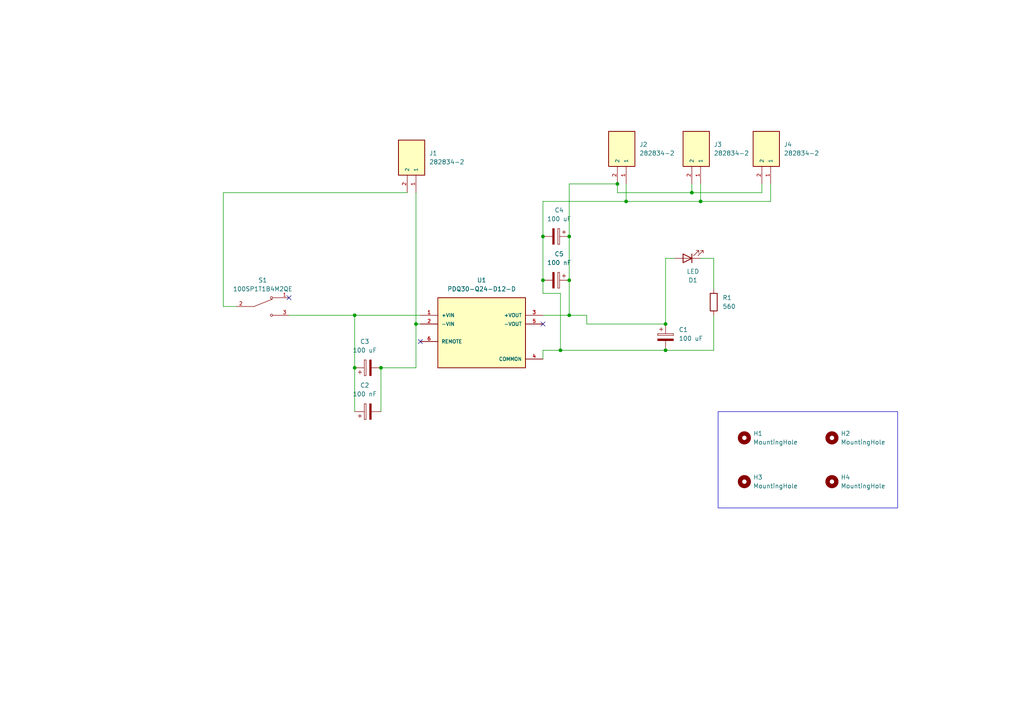
<source format=kicad_sch>
(kicad_sch (version 20250114) (generator "eeschema") (generator_version "9.0")
  (paper "A4")
  (lib_symbols
    (symbol "100SP1T1B4M2QE:100SP1T1B4M2QE" (pin_names (offset 1.016))
      (property "Reference" "S" (at -2.54 5.08 0))
      (property "Value" "100SP1T1B4M2QE" (at -2.54 -5.08 0))
      (symbol "100SP1T1B4M2QE_0_0"
        (polyline (pts (xy -2.54 0) (xy -5.08 0)) (stroke (width 0.1524)))
        (polyline (pts (xy -2.54 0) (xy 2.794 2.1336)) (stroke (width 0.1524)))
        (circle (center 2.54 2.54) (radius 0.3302) (stroke (width 0.1524)))
        (circle (center 2.54 -2.54) (radius 0.3302) (stroke (width 0.1524)))
        (polyline (pts (xy 5.08 2.54) (xy 2.921 2.54)) (stroke (width 0.1524)))
        (polyline (pts (xy 5.08 -2.54) (xy 2.921 -2.54)) (stroke (width 0.1524)))
        (pin passive line (at -7.62 0 0) (length 2.54) (name "~") (number "2"))
        (pin passive line (at 7.62 2.54 180) (length 2.54) (name "~") (number "1"))
        (pin passive line (at 7.62 -2.54 180) (length 2.54) (name "~") (number "3"))
      )
    )
    (symbol "282834-2:282834-2" (pin_names (offset 1.016))
      (property "Reference" "J" (at -7.62 5.842 0))
      (property "Value" "282834-2" (at -7.62 -5.08 0))
      (symbol "282834-2_0_0"
        (rectangle (start -7.62 -2.54) (end 2.54 5.08) (stroke (width 0.254)) (fill (type background)))
        (pin passive line (at 7.62 2.54 180) (length 5.08) (name "1") (number "1"))
        (pin passive line (at 7.62 0 180) (length 5.08) (name "2") (number "2"))
      )
    )
    (symbol "Device:C_Polarized" (pin_numbers (hide yes)) (pin_names (offset 0.254))
      (property "Reference" "C" (at 0.635 2.54 0))
      (property "Value" "C_Polarized" (at 0.635 -2.54 0))
      (symbol "C_Polarized_0_1"
        (rectangle (start -2.286 0.508) (end 2.286 1.016))
        (polyline (pts (xy -1.778 2.286) (xy -0.762 2.286)))
        (polyline (pts (xy -1.27 2.794) (xy -1.27 1.778)))
        (rectangle (start 2.286 -0.508) (end -2.286 -1.016) (fill (type outline)))
      )
      (symbol "C_Polarized_1_1"
        (pin passive line (at 0 3.81 270) (length 2.794) (name "~") (number "1"))
        (pin passive line (at 0 -3.81 90) (length 2.794) (name "~") (number "2"))
      )
    )
    (symbol "Device:LED" (pin_numbers (hide yes)) (pin_names (offset 1.016) (hide yes))
      (property "Reference" "D" (at 0 2.54 0))
      (property "Value" "LED" (at 0 -2.54 0))
      (symbol "LED_0_1"
        (polyline (pts (xy -3.048 -0.762) (xy -4.572 -2.286) (xy -3.81 -2.286) (xy -4.572 -2.286) (xy -4.572 -1.524)))
        (polyline (pts (xy -1.778 -0.762) (xy -3.302 -2.286) (xy -2.54 -2.286) (xy -3.302 -2.286) (xy -3.302 -1.524)))
        (polyline (pts (xy -1.27 0) (xy 1.27 0)))
        (polyline (pts (xy -1.27 -1.27) (xy -1.27 1.27)) (stroke (width 0.254)))
        (polyline (pts (xy 1.27 -1.27) (xy 1.27 1.27) (xy -1.27 0) (xy 1.27 -1.27)) (stroke (width 0.254)))
      )
      (symbol "LED_1_1"
        (pin passive line (at -3.81 0 0) (length 2.54) (name "K") (number "1"))
        (pin passive line (at 3.81 0 180) (length 2.54) (name "A") (number "2"))
      )
    )
    (symbol "Device:R" (pin_numbers (hide yes)) (pin_names (offset 0))
      (property "Reference" "R" (at 2.032 0 90))
      (property "Value" "R" (at 0 0 90))
      (symbol "R_0_1"
        (rectangle (start -1.016 -2.54) (end 1.016 2.54) (stroke (width 0.254)))
      )
      (symbol "R_1_1"
        (pin passive line (at 0 3.81 270) (length 1.27) (name "~") (number "1"))
        (pin passive line (at 0 -3.81 90) (length 1.27) (name "~") (number "2"))
      )
    )
    (symbol "Mechanical:MountingHole" (pin_names (offset 1.016)) (in_bom no)
      (property "Reference" "H" (at 0 5.08 0))
      (property "Value" "MountingHole" (at 0 3.175 0))
      (symbol "MountingHole_0_1"
        (circle (center 0 0) (radius 1.27) (stroke (width 1.27)))
      )
    )
    (symbol "PDQ30-Q24-D12-D:PDQ30-Q24-D12-D" (pin_names (offset 1.016))
      (property "Reference" "U" (at -12.7117 10.1694 0))
      (property "Value" "PDQ30-Q24-D12-D" (at -12.7338 -12.7338 0))
      (symbol "PDQ30-Q24-D12-D_0_0"
        (rectangle (start -12.7 -10.16) (end 12.7 10.16) (stroke (width 0.254)) (fill (type background)))
        (pin input line (at -17.78 5.08 0) (length 5.08) (name "+VIN") (number "1"))
        (pin input line (at -17.78 2.54 0) (length 5.08) (name "-VIN") (number "2"))
        (pin input line (at -17.78 -2.54 0) (length 5.08) (name "REMOTE") (number "6"))
        (pin output line (at 17.78 5.08 180) (length 5.08) (name "+VOUT") (number "3"))
        (pin output line (at 17.78 2.54 180) (length 5.08) (name "-VOUT") (number "5"))
        (pin power_in line (at 17.78 -7.62 180) (length 5.08) (name "COMMON") (number "4"))
      )
    )
  )
  (rectangle (start 208.28 119.38) (end 260.35 147.32))
  (junction (at 165.1 91.44))
  (junction (at 200.66 55.88))
  (junction (at 157.48 81.28))
  (junction (at 193.04 93.98))
  (junction (at 102.87 106.68))
  (junction (at 165.1 81.28))
  (junction (at 203.2 58.42))
  (junction (at 120.65 93.98))
  (junction (at 110.49 106.68))
  (junction (at 157.48 68.58))
  (junction (at 179.07 53.34))
  (junction (at 165.1 68.58))
  (junction (at 102.87 91.44))
  (junction (at 181.61 58.42))
  (junction (at 193.04 101.6))
  (junction (at 162.56 101.6))
  (no_connect (at 157.48 93.98))
  (no_connect (at 83.82 86.36))
  (no_connect (at 121.92 99.06))
  (wire (pts (xy 157.48 58.42) (xy 157.48 68.58)))
  (wire (pts (xy 64.77 88.9) (xy 68.58 88.9)))
  (wire (pts (xy 110.49 106.68) (xy 110.49 119.38)))
  (wire (pts (xy 121.92 93.98) (xy 120.65 93.98)))
  (wire (pts (xy 120.65 55.88) (xy 120.65 93.98)))
  (wire (pts (xy 220.98 53.34) (xy 220.98 55.88)))
  (wire (pts (xy 157.48 68.58) (xy 157.48 81.28)))
  (wire (pts (xy 193.04 101.6) (xy 207.01 101.6)))
  (wire (pts (xy 110.49 106.68) (xy 120.65 106.68)))
  (wire (pts (xy 165.1 53.34) (xy 179.07 53.34)))
  (wire (pts (xy 120.65 93.98) (xy 120.65 106.68)))
  (wire (pts (xy 157.48 101.6) (xy 162.56 101.6)))
  (wire (pts (xy 83.82 91.44) (xy 102.87 91.44)))
  (wire (pts (xy 165.1 53.34) (xy 165.1 68.58)))
  (wire (pts (xy 203.2 53.34) (xy 203.2 58.42)))
  (wire (pts (xy 179.07 53.34) (xy 179.07 55.88)))
  (wire (pts (xy 64.77 55.88) (xy 118.11 55.88)))
  (wire (pts (xy 223.52 58.42) (xy 203.2 58.42)))
  (wire (pts (xy 157.48 91.44) (xy 165.1 91.44)))
  (wire (pts (xy 207.01 74.93) (xy 207.01 83.82)))
  (wire (pts (xy 193.04 74.93) (xy 193.04 93.98)))
  (wire (pts (xy 157.48 101.6) (xy 157.48 104.14)))
  (wire (pts (xy 165.1 91.44) (xy 170.18 91.44)))
  (wire (pts (xy 102.87 106.68) (xy 102.87 119.38)))
  (wire (pts (xy 200.66 53.34) (xy 200.66 55.88)))
  (wire (pts (xy 170.18 93.98) (xy 193.04 93.98)))
  (wire (pts (xy 102.87 91.44) (xy 102.87 106.68)))
  (wire (pts (xy 223.52 53.34) (xy 223.52 58.42)))
  (wire (pts (xy 193.04 74.93) (xy 195.58 74.93)))
  (wire (pts (xy 203.2 74.93) (xy 207.01 74.93)))
  (wire (pts (xy 200.66 55.88) (xy 220.98 55.88)))
  (wire (pts (xy 165.1 68.58) (xy 165.1 81.28)))
  (wire (pts (xy 181.61 58.42) (xy 157.48 58.42)))
  (wire (pts (xy 102.87 91.44) (xy 121.92 91.44)))
  (wire (pts (xy 157.48 81.28) (xy 157.48 85.09)))
  (wire (pts (xy 162.56 85.09) (xy 162.56 101.6)))
  (wire (pts (xy 157.48 85.09) (xy 162.56 85.09)))
  (wire (pts (xy 170.18 91.44) (xy 170.18 93.98)))
  (wire (pts (xy 162.56 101.6) (xy 193.04 101.6)))
  (wire (pts (xy 165.1 81.28) (xy 165.1 91.44)))
  (wire (pts (xy 181.61 53.34) (xy 181.61 58.42)))
  (wire (pts (xy 207.01 91.44) (xy 207.01 101.6)))
  (wire (pts (xy 181.61 58.42) (xy 203.2 58.42)))
  (wire (pts (xy 179.07 55.88) (xy 200.66 55.88)))
  (wire (pts (xy 64.77 55.88) (xy 64.77 88.9)))
  (symbol (lib_id "Device:LED") (at 199.39 74.93 180) (unit 1)
    (property "Reference" "D1" (at 200.9775 81.28 0))
    (property "Value" "LED" (at 200.9775 78.74 0))
    (property "Footprint" "LED_THT:LED_D3.0mm" (effects (hide yes)))
    (property "Description" "Light emitting diode" (effects (hide yes)))
    (property "Sim.Pins" "1=K 2=A" (effects (hide yes)))
  )
  (symbol (lib_id "Device:C_Polarized") (at 161.29 81.28 270) (unit 1)
    (property "Reference" "C5" (at 162.179 73.66 90))
    (property "Value" "100 nF" (at 162.179 76.2 90))
    (property "Footprint" "Capacitor_THT:CP_Radial_D8.0mm_P3.50mm" (effects (hide yes)))
    (property "Description" "tantalum capacitor" (effects (hide yes)))
  )
  (symbol (lib_id "Device:C_Polarized") (at 161.29 68.58 270) (unit 1)
    (property "Reference" "C4" (at 162.179 60.96 90))
    (property "Value" "100 uF" (at 162.179 63.5 90))
    (property "Footprint" "Capacitor_THT:CP_Radial_D8.0mm_P3.50mm" (effects (hide yes)))
    (property "Description" "electrolytic capacitor" (effects (hide yes)))
  )
  (symbol (lib_id "Mechanical:MountingHole") (at 215.9 139.7 0) (unit 1) (in_bom no)
    (property "Reference" "H3" (at 218.44 138.4299 0) (effects (justify left)))
    (property "Value" "MountingHole" (at 218.44 140.9699 0) (effects (justify left)))
    (property "Footprint" "MountingHole:MountingHole_5.5mm" (effects (hide yes)))
    (property "Description" "Mounting Hole without connection" (effects (hide yes)))
  )
  (symbol (lib_id "282834-2:282834-2") (at 179.07 45.72 270) (unit 1)
    (property "Reference" "J2" (at 185.42 41.9099 90) (effects (justify left)))
    (property "Value" "282834-2" (at 185.42 44.4499 90) (effects (justify left)))
    (property "Footprint" "Library3:TE_282834-2" (effects (hide yes)))
    (property "Datasheet" "https://www.snapeda.com/parts/282834-2/TE%20Connectivity/datasheet/" (effects (hide yes)))
    (property "Description" "Terminal Block Connector PCB 2.54 mm 30-16 AWG Green 10 A 150 V M1.6 | TE Connectivity 282834-2" (effects (hide yes)))
    (property "Comment" "282834-2" (effects (hide yes)))
    (property "MF" "TE Connectivity" (effects (hide yes)))
    (property "MAXIMUM_PACKAGE_HEIGHT" "10 mm" (effects (hide yes)))
    (property "Package" "None" (effects (hide yes)))
    (property "Price" "None" (effects (hide yes)))
    (property "Check_prices" "https://www.snapeda.com/parts/282834-2/TE+Connectivity+AMP+Connectors/view-part/?ref=eda" (effects (hide yes)))
    (property "STANDARD" "Manufacturer Recommendations" (effects (hide yes)))
    (property "PARTREV" "D" (effects (hide yes)))
    (property "SnapEDA_Link" "https://www.snapeda.com/parts/282834-2/TE+Connectivity+AMP+Connectors/view-part/?ref=snap" (effects (hide yes)))
    (property "MP" "282834-2" (effects (hide yes)))
    (property "EU_RoHS_Compliance" "Compliant with Exemptions" (effects (hide yes)))
    (property "Description_1" "Terminal Block Connector PCB 2.54 mm 30-16 AWG Green 10 A 150 V M1.6 | TE Connectivity 282834-2" (effects (hide yes)))
    (property "MANUFACTURER" "TE Connectivity" (effects (hide yes)))
    (property "Availability" "In Stock" (effects (hide yes)))
    (property "SNAPEDA_PN" "282834-2" (effects (hide yes)))
  )
  (symbol (lib_id "282834-2:282834-2") (at 220.98 45.72 270) (unit 1)
    (property "Reference" "J4" (at 227.33 41.9099 90) (effects (justify left)))
    (property "Value" "282834-2" (at 227.33 44.4499 90) (effects (justify left)))
    (property "Footprint" "Library3:TE_282834-2" (effects (hide yes)))
    (property "Datasheet" "https://www.snapeda.com/parts/282834-2/TE%20Connectivity/datasheet/" (effects (hide yes)))
    (property "Description" "Terminal Block Connector PCB 2.54 mm 30-16 AWG Green 10 A 150 V M1.6 | TE Connectivity 282834-2" (effects (hide yes)))
    (property "Comment" "282834-2" (effects (hide yes)))
    (property "MF" "TE Connectivity" (effects (hide yes)))
    (property "MAXIMUM_PACKAGE_HEIGHT" "10 mm" (effects (hide yes)))
    (property "Package" "None" (effects (hide yes)))
    (property "Price" "None" (effects (hide yes)))
    (property "Check_prices" "https://www.snapeda.com/parts/282834-2/TE+Connectivity+AMP+Connectors/view-part/?ref=eda" (effects (hide yes)))
    (property "STANDARD" "Manufacturer Recommendations" (effects (hide yes)))
    (property "PARTREV" "D" (effects (hide yes)))
    (property "SnapEDA_Link" "https://www.snapeda.com/parts/282834-2/TE+Connectivity+AMP+Connectors/view-part/?ref=snap" (effects (hide yes)))
    (property "MP" "282834-2" (effects (hide yes)))
    (property "EU_RoHS_Compliance" "Compliant with Exemptions" (effects (hide yes)))
    (property "Description_1" "Terminal Block Connector PCB 2.54 mm 30-16 AWG Green 10 A 150 V M1.6 | TE Connectivity 282834-2" (effects (hide yes)))
    (property "MANUFACTURER" "TE Connectivity" (effects (hide yes)))
    (property "Availability" "In Stock" (effects (hide yes)))
    (property "SNAPEDA_PN" "282834-2" (effects (hide yes)))
  )
  (symbol (lib_id "Device:C_Polarized") (at 193.04 97.79 0) (unit 1)
    (property "Reference" "C1" (at 196.85 95.6309 0) (effects (justify left)))
    (property "Value" "100 uF" (at 196.85 98.1709 0) (effects (justify left)))
    (property "Footprint" "Capacitor_THT:CP_Radial_D8.0mm_P3.50mm" (effects (hide yes)))
    (property "Description" "electrolytic capacitor" (effects (hide yes)))
  )
  (symbol (lib_id "282834-2:282834-2") (at 118.11 48.26 270) (unit 1)
    (property "Reference" "J1" (at 124.46 44.4499 90) (effects (justify left)))
    (property "Value" "282834-2" (at 124.46 46.9899 90) (effects (justify left)))
    (property "Footprint" "Library3:TE_282834-2" (effects (hide yes)))
    (property "Datasheet" "https://www.snapeda.com/parts/282834-2/TE%20Connectivity/datasheet/" (effects (hide yes)))
    (property "Description" "Terminal Block Connector PCB 2.54 mm 30-16 AWG Green 10 A 150 V M1.6 | TE Connectivity 282834-2" (effects (hide yes)))
    (property "Comment" "282834-2" (effects (hide yes)))
    (property "MF" "TE Connectivity" (effects (hide yes)))
    (property "MAXIMUM_PACKAGE_HEIGHT" "10 mm" (effects (hide yes)))
    (property "Package" "None" (effects (hide yes)))
    (property "Price" "None" (effects (hide yes)))
    (property "Check_prices" "https://www.snapeda.com/parts/282834-2/TE+Connectivity+AMP+Connectors/view-part/?ref=eda" (effects (hide yes)))
    (property "STANDARD" "Manufacturer Recommendations" (effects (hide yes)))
    (property "PARTREV" "D" (effects (hide yes)))
    (property "SnapEDA_Link" "https://www.snapeda.com/parts/282834-2/TE+Connectivity+AMP+Connectors/view-part/?ref=snap" (effects (hide yes)))
    (property "MP" "282834-2" (effects (hide yes)))
    (property "EU_RoHS_Compliance" "Compliant with Exemptions" (effects (hide yes)))
    (property "Description_1" "Terminal Block Connector PCB 2.54 mm 30-16 AWG Green 10 A 150 V M1.6 | TE Connectivity 282834-2" (effects (hide yes)))
    (property "MANUFACTURER" "TE Connectivity" (effects (hide yes)))
    (property "Availability" "In Stock" (effects (hide yes)))
    (property "SNAPEDA_PN" "282834-2" (effects (hide yes)))
  )
  (symbol (lib_id "Mechanical:MountingHole") (at 241.3 127 0) (unit 1) (in_bom no)
    (property "Reference" "H2" (at 243.84 125.7299 0) (effects (justify left)))
    (property "Value" "MountingHole" (at 243.84 128.2699 0) (effects (justify left)))
    (property "Footprint" "MountingHole:MountingHole_5.5mm" (effects (hide yes)))
    (property "Description" "Mounting Hole without connection" (effects (hide yes)))
  )
  (symbol (lib_id "Mechanical:MountingHole") (at 241.3 139.7 0) (unit 1) (in_bom no)
    (property "Reference" "H4" (at 243.84 138.4299 0) (effects (justify left)))
    (property "Value" "MountingHole" (at 243.84 140.9699 0) (effects (justify left)))
    (property "Footprint" "MountingHole:MountingHole_5.5mm" (effects (hide yes)))
    (property "Description" "Mounting Hole without connection" (effects (hide yes)))
  )
  (symbol (lib_id "100SP1T1B4M2QE:100SP1T1B4M2QE") (at 76.2 88.9 0) (unit 1)
    (property "Reference" "S1" (at 76.2 81.28 0))
    (property "Value" "100SP1T1B4M2QE" (at 76.2 83.82 0))
    (property "Footprint" "Library2:SW_100SP1T1B4M2QE" (effects (hide yes)))
    (property "Datasheet" "https://www.snapeda.com/parts/100SP1T1B4M2QE/E-Switch/datasheet/" (effects (hide yes)))
    (property "Description" "switch" (effects (hide yes)))
    (property "MF" "E-Switch" (effects (hide yes)))
    (property "MAXIMUM_PACKAGE_HEIGHT" "29.68 mm" (effects (hide yes)))
    (property "Package" "None" (effects (hide yes)))
    (property "Price" "None" (effects (hide yes)))
    (property "Check_prices" "https://www.snapeda.com/parts/100SP1T1B4M2QE/E-Switch/view-part/?ref=eda" (effects (hide yes)))
    (property "STANDARD" "Manufacturer Recommendations" (effects (hide yes)))
    (property "PARTREV" "E" (effects (hide yes)))
    (property "SnapEDA_Link" "https://www.snapeda.com/parts/100SP1T1B4M2QE/E-Switch/view-part/?ref=snap" (effects (hide yes)))
    (property "MP" "100SP1T1B4M2QE" (effects (hide yes)))
    (property "Description_1" "Series 100 Switches - Toggle Switches (Miniature)" (effects (hide yes)))
    (property "Availability" "In Stock" (effects (hide yes)))
    (property "MANUFACTURER" "E-Switch" (effects (hide yes)))
  )
  (symbol (lib_id "282834-2:282834-2") (at 200.66 45.72 270) (unit 1)
    (property "Reference" "J3" (at 207.01 41.9099 90) (effects (justify left)))
    (property "Value" "282834-2" (at 207.01 44.4499 90) (effects (justify left)))
    (property "Footprint" "Library3:TE_282834-2" (effects (hide yes)))
    (property "Datasheet" "https://www.snapeda.com/parts/282834-2/TE%20Connectivity/datasheet/" (effects (hide yes)))
    (property "Description" "Terminal Block Connector PCB 2.54 mm 30-16 AWG Green 10 A 150 V M1.6 | TE Connectivity 282834-2" (effects (hide yes)))
    (property "Comment" "282834-2" (effects (hide yes)))
    (property "MF" "TE Connectivity" (effects (hide yes)))
    (property "MAXIMUM_PACKAGE_HEIGHT" "10 mm" (effects (hide yes)))
    (property "Package" "None" (effects (hide yes)))
    (property "Price" "None" (effects (hide yes)))
    (property "Check_prices" "https://www.snapeda.com/parts/282834-2/TE+Connectivity+AMP+Connectors/view-part/?ref=eda" (effects (hide yes)))
    (property "STANDARD" "Manufacturer Recommendations" (effects (hide yes)))
    (property "PARTREV" "D" (effects (hide yes)))
    (property "SnapEDA_Link" "https://www.snapeda.com/parts/282834-2/TE+Connectivity+AMP+Connectors/view-part/?ref=snap" (effects (hide yes)))
    (property "MP" "282834-2" (effects (hide yes)))
    (property "EU_RoHS_Compliance" "Compliant with Exemptions" (effects (hide yes)))
    (property "Description_1" "Terminal Block Connector PCB 2.54 mm 30-16 AWG Green 10 A 150 V M1.6 | TE Connectivity 282834-2" (effects (hide yes)))
    (property "MANUFACTURER" "TE Connectivity" (effects (hide yes)))
    (property "Availability" "In Stock" (effects (hide yes)))
    (property "SNAPEDA_PN" "282834-2" (effects (hide yes)))
  )
  (symbol (lib_id "Device:C_Polarized") (at 106.68 106.68 90) (unit 1)
    (property "Reference" "C3" (at 105.791 99.06 90))
    (property "Value" "100 uF" (at 105.791 101.6 90))
    (property "Footprint" "Capacitor_THT:CP_Radial_D8.0mm_P3.50mm" (effects (hide yes)))
    (property "Description" "electrolytic capacitor" (effects (hide yes)))
  )
  (symbol (lib_id "Mechanical:MountingHole") (at 215.9 127 0) (unit 1) (in_bom no)
    (property "Reference" "H1" (at 218.44 125.7299 0) (effects (justify left)))
    (property "Value" "MountingHole" (at 218.44 128.2699 0) (effects (justify left)))
    (property "Footprint" "MountingHole:MountingHole_5.5mm" (effects (hide yes)))
    (property "Description" "Mounting Hole without connection" (effects (hide yes)))
  )
  (symbol (lib_id "Device:R") (at 207.01 87.63 0) (unit 1)
    (property "Reference" "R1" (at 209.55 86.3599 0) (effects (justify left)))
    (property "Value" "560" (at 209.55 88.8999 0) (effects (justify left)))
    (property "Footprint" "Resistor_THT:R_Axial_DIN0207_L6.3mm_D2.5mm_P10.16mm_Horizontal" (effects (hide yes)))
    (property "Description" "Resistor" (effects (hide yes)))
  )
  (symbol (lib_id "PDQ30-Q24-D12-D:PDQ30-Q24-D12-D") (at 139.7 96.52 0) (unit 1)
    (property "Reference" "U1" (at 139.7 81.28 0))
    (property "Value" "PDQ30-Q24-D12-D" (at 139.7 83.82 0))
    (property "Footprint" "Library:CONV_PDQ30-Q24-D12-D" (effects (hide yes)))
    (property "Datasheet" "https://www.belfuse.com/media/datasheets/products/power-supplies/PDQ30-D.pdf" (effects (hide yes)))
    (property "Description" "DC DC CONVERTER 12V 30W" (effects (hide yes)))
    (property "PARTREV" "1.0" (effects (hide yes)))
    (property "MANUFACTURER" "CUI Inc" (effects (hide yes)))
    (property "STANDARD" "Manufacturer Recommendations" (effects (hide yes)))
  )
  (symbol (lib_id "Device:C_Polarized") (at 106.68 119.38 90) (unit 1)
    (property "Reference" "C2" (at 105.791 111.76 90))
    (property "Value" "100 nF" (at 105.791 114.3 90))
    (property "Footprint" "Capacitor_THT:CP_Radial_D8.0mm_P3.50mm" (effects (hide yes)))
    (property "Description" "tantalum capacitor" (effects (hide yes)))
  )
)
</source>
